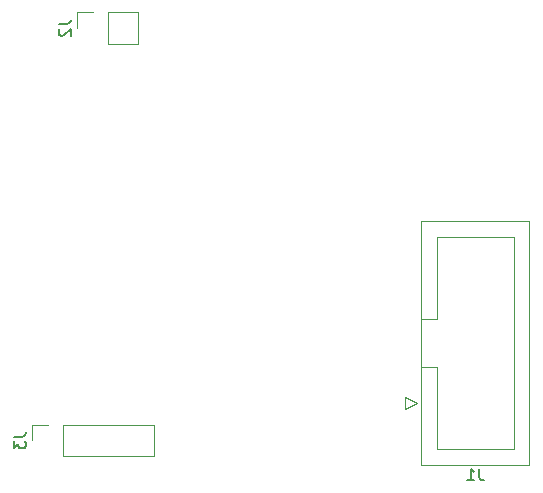
<source format=gbr>
%TF.GenerationSoftware,KiCad,Pcbnew,(6.0.11)*%
%TF.CreationDate,2023-03-20T00:38:49+01:00*%
%TF.ProjectId,prusa-lcd-reader-rounded,70727573-612d-46c6-9364-2d7265616465,rev?*%
%TF.SameCoordinates,Original*%
%TF.FileFunction,Legend,Bot*%
%TF.FilePolarity,Positive*%
%FSLAX46Y46*%
G04 Gerber Fmt 4.6, Leading zero omitted, Abs format (unit mm)*
G04 Created by KiCad (PCBNEW (6.0.11)) date 2023-03-20 00:38:49*
%MOMM*%
%LPD*%
G01*
G04 APERTURE LIST*
%ADD10C,0.150000*%
%ADD11C,0.120000*%
G04 APERTURE END LIST*
D10*
%TO.C,J3*%
X112692380Y-103171666D02*
X113406666Y-103171666D01*
X113549523Y-103124047D01*
X113644761Y-103028809D01*
X113692380Y-102885952D01*
X113692380Y-102790714D01*
X112692380Y-103552619D02*
X112692380Y-104171666D01*
X113073333Y-103838333D01*
X113073333Y-103981190D01*
X113120952Y-104076428D01*
X113168571Y-104124047D01*
X113263809Y-104171666D01*
X113501904Y-104171666D01*
X113597142Y-104124047D01*
X113644761Y-104076428D01*
X113692380Y-103981190D01*
X113692380Y-103695476D01*
X113644761Y-103600238D01*
X113597142Y-103552619D01*
%TO.C,J2*%
X116497380Y-68246666D02*
X117211666Y-68246666D01*
X117354523Y-68199047D01*
X117449761Y-68103809D01*
X117497380Y-67960952D01*
X117497380Y-67865714D01*
X116592619Y-68675238D02*
X116545000Y-68722857D01*
X116497380Y-68818095D01*
X116497380Y-69056190D01*
X116545000Y-69151428D01*
X116592619Y-69199047D01*
X116687857Y-69246666D01*
X116783095Y-69246666D01*
X116925952Y-69199047D01*
X117497380Y-68627619D01*
X117497380Y-69246666D01*
%TO.C,J1*%
X152098333Y-105882380D02*
X152098333Y-106596666D01*
X152145952Y-106739523D01*
X152241190Y-106834761D01*
X152384047Y-106882380D01*
X152479285Y-106882380D01*
X151098333Y-106882380D02*
X151669761Y-106882380D01*
X151384047Y-106882380D02*
X151384047Y-105882380D01*
X151479285Y-106025238D01*
X151574523Y-106120476D01*
X151669761Y-106168095D01*
D11*
%TO.C,J3*%
X116840000Y-104835000D02*
X124520000Y-104835000D01*
X115570000Y-102175000D02*
X114240000Y-102175000D01*
X124520000Y-102175000D02*
X124520000Y-104835000D01*
X116840000Y-102175000D02*
X116840000Y-104835000D01*
X114240000Y-102175000D02*
X114240000Y-103505000D01*
X116840000Y-102175000D02*
X124520000Y-102175000D01*
%TO.C,J2*%
X120645000Y-69910000D02*
X123245000Y-69910000D01*
X118045000Y-67250000D02*
X118045000Y-68580000D01*
X120645000Y-67250000D02*
X120645000Y-69910000D01*
X120645000Y-67250000D02*
X123245000Y-67250000D01*
X123245000Y-67250000D02*
X123245000Y-69910000D01*
X119375000Y-67250000D02*
X118045000Y-67250000D01*
%TO.C,J1*%
X147205000Y-84960000D02*
X147205000Y-105540000D01*
X147205000Y-97300000D02*
X148515000Y-97300000D01*
X155015000Y-104240000D02*
X155015000Y-86260000D01*
X145815000Y-100830000D02*
X145815000Y-99830000D01*
X155015000Y-86260000D02*
X148515000Y-86260000D01*
X148515000Y-93200000D02*
X148515000Y-93200000D01*
X148515000Y-104240000D02*
X155015000Y-104240000D01*
X148515000Y-93200000D02*
X147205000Y-93200000D01*
X146815000Y-100330000D02*
X145815000Y-100830000D01*
X156325000Y-84960000D02*
X147205000Y-84960000D01*
X148515000Y-97300000D02*
X148515000Y-104240000D01*
X148515000Y-86260000D02*
X148515000Y-93200000D01*
X145815000Y-99830000D02*
X146815000Y-100330000D01*
X156325000Y-105540000D02*
X156325000Y-84960000D01*
X147205000Y-105540000D02*
X156325000Y-105540000D01*
%TD*%
M02*

</source>
